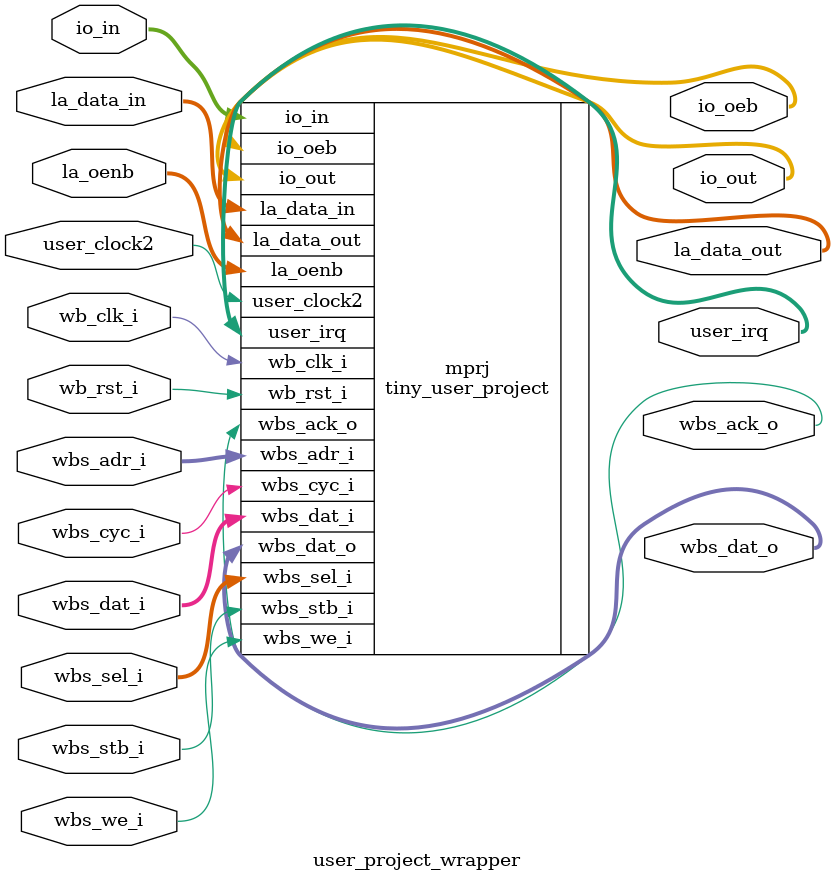
<source format=v>
module user_project_wrapper (user_clock2,
    wb_clk_i,
    wb_rst_i,
    wbs_ack_o,
    wbs_cyc_i,
    wbs_stb_i,
    wbs_we_i,
    io_in,
    io_oeb,
    io_out,
    la_data_in,
    la_data_out,
    la_oenb,
    user_irq,
    wbs_adr_i,
    wbs_dat_i,
    wbs_dat_o,
    wbs_sel_i);
 input user_clock2;
 input wb_clk_i;
 input wb_rst_i;
 output wbs_ack_o;
 input wbs_cyc_i;
 input wbs_stb_i;
 input wbs_we_i;
 input [37:0] io_in;
 output [37:0] io_oeb;
 output [37:0] io_out;
 input [63:0] la_data_in;
 output [63:0] la_data_out;
 input [63:0] la_oenb;
 output [2:0] user_irq;
 input [31:0] wbs_adr_i;
 input [31:0] wbs_dat_i;
 output [31:0] wbs_dat_o;
 input [3:0] wbs_sel_i;


 tiny_user_project mprj (.user_clock2(user_clock2),
    .wb_clk_i(wb_clk_i),
    .wb_rst_i(wb_rst_i),
    .wbs_ack_o(wbs_ack_o),
    .wbs_cyc_i(wbs_cyc_i),
    .wbs_stb_i(wbs_stb_i),
    .wbs_we_i(wbs_we_i),
    .io_in({io_in[37],
    io_in[36],
    io_in[35],
    io_in[34],
    io_in[33],
    io_in[32],
    io_in[31],
    io_in[30],
    io_in[29],
    io_in[28],
    io_in[27],
    io_in[26],
    io_in[25],
    io_in[24],
    io_in[23],
    io_in[22],
    io_in[21],
    io_in[20],
    io_in[19],
    io_in[18],
    io_in[17],
    io_in[16],
    io_in[15],
    io_in[14],
    io_in[13],
    io_in[12],
    io_in[11],
    io_in[10],
    io_in[9],
    io_in[8],
    io_in[7],
    io_in[6],
    io_in[5],
    io_in[4],
    io_in[3],
    io_in[2],
    io_in[1],
    io_in[0]}),
    .io_oeb({io_oeb[37],
    io_oeb[36],
    io_oeb[35],
    io_oeb[34],
    io_oeb[33],
    io_oeb[32],
    io_oeb[31],
    io_oeb[30],
    io_oeb[29],
    io_oeb[28],
    io_oeb[27],
    io_oeb[26],
    io_oeb[25],
    io_oeb[24],
    io_oeb[23],
    io_oeb[22],
    io_oeb[21],
    io_oeb[20],
    io_oeb[19],
    io_oeb[18],
    io_oeb[17],
    io_oeb[16],
    io_oeb[15],
    io_oeb[14],
    io_oeb[13],
    io_oeb[12],
    io_oeb[11],
    io_oeb[10],
    io_oeb[9],
    io_oeb[8],
    io_oeb[7],
    io_oeb[6],
    io_oeb[5],
    io_oeb[4],
    io_oeb[3],
    io_oeb[2],
    io_oeb[1],
    io_oeb[0]}),
    .io_out({io_out[37],
    io_out[36],
    io_out[35],
    io_out[34],
    io_out[33],
    io_out[32],
    io_out[31],
    io_out[30],
    io_out[29],
    io_out[28],
    io_out[27],
    io_out[26],
    io_out[25],
    io_out[24],
    io_out[23],
    io_out[22],
    io_out[21],
    io_out[20],
    io_out[19],
    io_out[18],
    io_out[17],
    io_out[16],
    io_out[15],
    io_out[14],
    io_out[13],
    io_out[12],
    io_out[11],
    io_out[10],
    io_out[9],
    io_out[8],
    io_out[7],
    io_out[6],
    io_out[5],
    io_out[4],
    io_out[3],
    io_out[2],
    io_out[1],
    io_out[0]}),
    .la_data_in({la_data_in[63],
    la_data_in[62],
    la_data_in[61],
    la_data_in[60],
    la_data_in[59],
    la_data_in[58],
    la_data_in[57],
    la_data_in[56],
    la_data_in[55],
    la_data_in[54],
    la_data_in[53],
    la_data_in[52],
    la_data_in[51],
    la_data_in[50],
    la_data_in[49],
    la_data_in[48],
    la_data_in[47],
    la_data_in[46],
    la_data_in[45],
    la_data_in[44],
    la_data_in[43],
    la_data_in[42],
    la_data_in[41],
    la_data_in[40],
    la_data_in[39],
    la_data_in[38],
    la_data_in[37],
    la_data_in[36],
    la_data_in[35],
    la_data_in[34],
    la_data_in[33],
    la_data_in[32],
    la_data_in[31],
    la_data_in[30],
    la_data_in[29],
    la_data_in[28],
    la_data_in[27],
    la_data_in[26],
    la_data_in[25],
    la_data_in[24],
    la_data_in[23],
    la_data_in[22],
    la_data_in[21],
    la_data_in[20],
    la_data_in[19],
    la_data_in[18],
    la_data_in[17],
    la_data_in[16],
    la_data_in[15],
    la_data_in[14],
    la_data_in[13],
    la_data_in[12],
    la_data_in[11],
    la_data_in[10],
    la_data_in[9],
    la_data_in[8],
    la_data_in[7],
    la_data_in[6],
    la_data_in[5],
    la_data_in[4],
    la_data_in[3],
    la_data_in[2],
    la_data_in[1],
    la_data_in[0]}),
    .la_data_out({la_data_out[63],
    la_data_out[62],
    la_data_out[61],
    la_data_out[60],
    la_data_out[59],
    la_data_out[58],
    la_data_out[57],
    la_data_out[56],
    la_data_out[55],
    la_data_out[54],
    la_data_out[53],
    la_data_out[52],
    la_data_out[51],
    la_data_out[50],
    la_data_out[49],
    la_data_out[48],
    la_data_out[47],
    la_data_out[46],
    la_data_out[45],
    la_data_out[44],
    la_data_out[43],
    la_data_out[42],
    la_data_out[41],
    la_data_out[40],
    la_data_out[39],
    la_data_out[38],
    la_data_out[37],
    la_data_out[36],
    la_data_out[35],
    la_data_out[34],
    la_data_out[33],
    la_data_out[32],
    la_data_out[31],
    la_data_out[30],
    la_data_out[29],
    la_data_out[28],
    la_data_out[27],
    la_data_out[26],
    la_data_out[25],
    la_data_out[24],
    la_data_out[23],
    la_data_out[22],
    la_data_out[21],
    la_data_out[20],
    la_data_out[19],
    la_data_out[18],
    la_data_out[17],
    la_data_out[16],
    la_data_out[15],
    la_data_out[14],
    la_data_out[13],
    la_data_out[12],
    la_data_out[11],
    la_data_out[10],
    la_data_out[9],
    la_data_out[8],
    la_data_out[7],
    la_data_out[6],
    la_data_out[5],
    la_data_out[4],
    la_data_out[3],
    la_data_out[2],
    la_data_out[1],
    la_data_out[0]}),
    .la_oenb({la_oenb[63],
    la_oenb[62],
    la_oenb[61],
    la_oenb[60],
    la_oenb[59],
    la_oenb[58],
    la_oenb[57],
    la_oenb[56],
    la_oenb[55],
    la_oenb[54],
    la_oenb[53],
    la_oenb[52],
    la_oenb[51],
    la_oenb[50],
    la_oenb[49],
    la_oenb[48],
    la_oenb[47],
    la_oenb[46],
    la_oenb[45],
    la_oenb[44],
    la_oenb[43],
    la_oenb[42],
    la_oenb[41],
    la_oenb[40],
    la_oenb[39],
    la_oenb[38],
    la_oenb[37],
    la_oenb[36],
    la_oenb[35],
    la_oenb[34],
    la_oenb[33],
    la_oenb[32],
    la_oenb[31],
    la_oenb[30],
    la_oenb[29],
    la_oenb[28],
    la_oenb[27],
    la_oenb[26],
    la_oenb[25],
    la_oenb[24],
    la_oenb[23],
    la_oenb[22],
    la_oenb[21],
    la_oenb[20],
    la_oenb[19],
    la_oenb[18],
    la_oenb[17],
    la_oenb[16],
    la_oenb[15],
    la_oenb[14],
    la_oenb[13],
    la_oenb[12],
    la_oenb[11],
    la_oenb[10],
    la_oenb[9],
    la_oenb[8],
    la_oenb[7],
    la_oenb[6],
    la_oenb[5],
    la_oenb[4],
    la_oenb[3],
    la_oenb[2],
    la_oenb[1],
    la_oenb[0]}),
    .user_irq({user_irq[2],
    user_irq[1],
    user_irq[0]}),
    .wbs_adr_i({wbs_adr_i[31],
    wbs_adr_i[30],
    wbs_adr_i[29],
    wbs_adr_i[28],
    wbs_adr_i[27],
    wbs_adr_i[26],
    wbs_adr_i[25],
    wbs_adr_i[24],
    wbs_adr_i[23],
    wbs_adr_i[22],
    wbs_adr_i[21],
    wbs_adr_i[20],
    wbs_adr_i[19],
    wbs_adr_i[18],
    wbs_adr_i[17],
    wbs_adr_i[16],
    wbs_adr_i[15],
    wbs_adr_i[14],
    wbs_adr_i[13],
    wbs_adr_i[12],
    wbs_adr_i[11],
    wbs_adr_i[10],
    wbs_adr_i[9],
    wbs_adr_i[8],
    wbs_adr_i[7],
    wbs_adr_i[6],
    wbs_adr_i[5],
    wbs_adr_i[4],
    wbs_adr_i[3],
    wbs_adr_i[2],
    wbs_adr_i[1],
    wbs_adr_i[0]}),
    .wbs_dat_i({wbs_dat_i[31],
    wbs_dat_i[30],
    wbs_dat_i[29],
    wbs_dat_i[28],
    wbs_dat_i[27],
    wbs_dat_i[26],
    wbs_dat_i[25],
    wbs_dat_i[24],
    wbs_dat_i[23],
    wbs_dat_i[22],
    wbs_dat_i[21],
    wbs_dat_i[20],
    wbs_dat_i[19],
    wbs_dat_i[18],
    wbs_dat_i[17],
    wbs_dat_i[16],
    wbs_dat_i[15],
    wbs_dat_i[14],
    wbs_dat_i[13],
    wbs_dat_i[12],
    wbs_dat_i[11],
    wbs_dat_i[10],
    wbs_dat_i[9],
    wbs_dat_i[8],
    wbs_dat_i[7],
    wbs_dat_i[6],
    wbs_dat_i[5],
    wbs_dat_i[4],
    wbs_dat_i[3],
    wbs_dat_i[2],
    wbs_dat_i[1],
    wbs_dat_i[0]}),
    .wbs_dat_o({wbs_dat_o[31],
    wbs_dat_o[30],
    wbs_dat_o[29],
    wbs_dat_o[28],
    wbs_dat_o[27],
    wbs_dat_o[26],
    wbs_dat_o[25],
    wbs_dat_o[24],
    wbs_dat_o[23],
    wbs_dat_o[22],
    wbs_dat_o[21],
    wbs_dat_o[20],
    wbs_dat_o[19],
    wbs_dat_o[18],
    wbs_dat_o[17],
    wbs_dat_o[16],
    wbs_dat_o[15],
    wbs_dat_o[14],
    wbs_dat_o[13],
    wbs_dat_o[12],
    wbs_dat_o[11],
    wbs_dat_o[10],
    wbs_dat_o[9],
    wbs_dat_o[8],
    wbs_dat_o[7],
    wbs_dat_o[6],
    wbs_dat_o[5],
    wbs_dat_o[4],
    wbs_dat_o[3],
    wbs_dat_o[2],
    wbs_dat_o[1],
    wbs_dat_o[0]}),
    .wbs_sel_i({wbs_sel_i[3],
    wbs_sel_i[2],
    wbs_sel_i[1],
    wbs_sel_i[0]}));
endmodule


</source>
